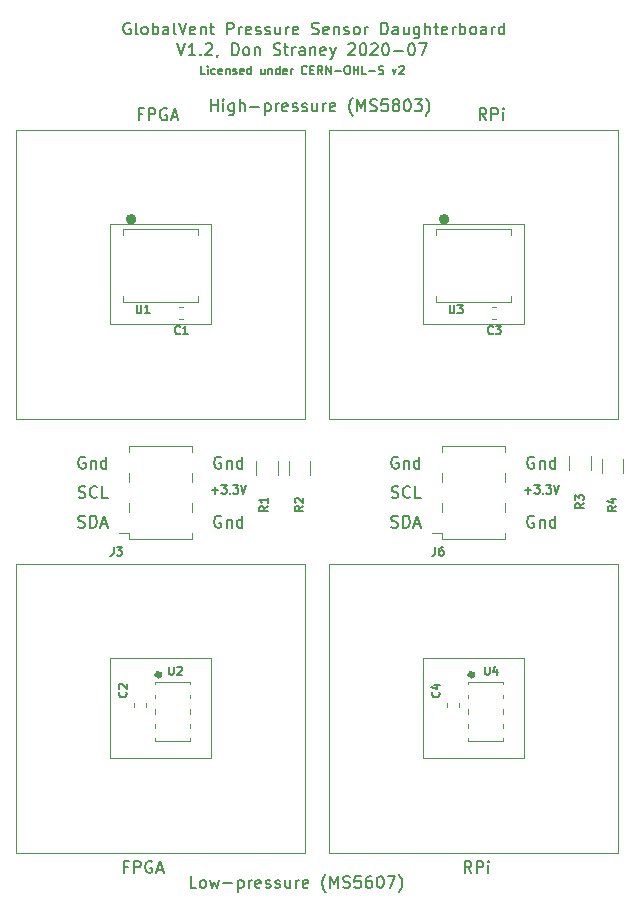
<source format=gbr>
G04 #@! TF.GenerationSoftware,KiCad,Pcbnew,(5.1.4)-1*
G04 #@! TF.CreationDate,2020-07-05T13:48:23-04:00*
G04 #@! TF.ProjectId,Pressure_sensor_daughterboard-MS5607-MS5803,50726573-7375-4726-955f-73656e736f72,1.2*
G04 #@! TF.SameCoordinates,Original*
G04 #@! TF.FileFunction,Legend,Top*
G04 #@! TF.FilePolarity,Positive*
%FSLAX46Y46*%
G04 Gerber Fmt 4.6, Leading zero omitted, Abs format (unit mm)*
G04 Created by KiCad (PCBNEW (5.1.4)-1) date 2020-07-05 13:48:23*
%MOMM*%
%LPD*%
G04 APERTURE LIST*
%ADD10C,0.150000*%
%ADD11C,0.120000*%
%ADD12C,0.500000*%
G04 APERTURE END LIST*
D10*
X126464285Y-37428571D02*
X126130952Y-37428571D01*
X126130952Y-37952380D02*
X126130952Y-36952380D01*
X126607142Y-36952380D01*
X126988095Y-37952380D02*
X126988095Y-36952380D01*
X127369047Y-36952380D01*
X127464285Y-37000000D01*
X127511904Y-37047619D01*
X127559523Y-37142857D01*
X127559523Y-37285714D01*
X127511904Y-37380952D01*
X127464285Y-37428571D01*
X127369047Y-37476190D01*
X126988095Y-37476190D01*
X128511904Y-37000000D02*
X128416666Y-36952380D01*
X128273809Y-36952380D01*
X128130952Y-37000000D01*
X128035714Y-37095238D01*
X127988095Y-37190476D01*
X127940476Y-37380952D01*
X127940476Y-37523809D01*
X127988095Y-37714285D01*
X128035714Y-37809523D01*
X128130952Y-37904761D01*
X128273809Y-37952380D01*
X128369047Y-37952380D01*
X128511904Y-37904761D01*
X128559523Y-37857142D01*
X128559523Y-37523809D01*
X128369047Y-37523809D01*
X128940476Y-37666666D02*
X129416666Y-37666666D01*
X128845238Y-37952380D02*
X129178571Y-36952380D01*
X129511904Y-37952380D01*
X155571428Y-37952380D02*
X155238095Y-37476190D01*
X155000000Y-37952380D02*
X155000000Y-36952380D01*
X155380952Y-36952380D01*
X155476190Y-37000000D01*
X155523809Y-37047619D01*
X155571428Y-37142857D01*
X155571428Y-37285714D01*
X155523809Y-37380952D01*
X155476190Y-37428571D01*
X155380952Y-37476190D01*
X155000000Y-37476190D01*
X156000000Y-37952380D02*
X156000000Y-36952380D01*
X156380952Y-36952380D01*
X156476190Y-37000000D01*
X156523809Y-37047619D01*
X156571428Y-37142857D01*
X156571428Y-37285714D01*
X156523809Y-37380952D01*
X156476190Y-37428571D01*
X156380952Y-37476190D01*
X156000000Y-37476190D01*
X157000000Y-37952380D02*
X157000000Y-37285714D01*
X157000000Y-36952380D02*
X156952380Y-37000000D01*
X157000000Y-37047619D01*
X157047619Y-37000000D01*
X157000000Y-36952380D01*
X157000000Y-37047619D01*
X154321428Y-101702380D02*
X153988095Y-101226190D01*
X153750000Y-101702380D02*
X153750000Y-100702380D01*
X154130952Y-100702380D01*
X154226190Y-100750000D01*
X154273809Y-100797619D01*
X154321428Y-100892857D01*
X154321428Y-101035714D01*
X154273809Y-101130952D01*
X154226190Y-101178571D01*
X154130952Y-101226190D01*
X153750000Y-101226190D01*
X154750000Y-101702380D02*
X154750000Y-100702380D01*
X155130952Y-100702380D01*
X155226190Y-100750000D01*
X155273809Y-100797619D01*
X155321428Y-100892857D01*
X155321428Y-101035714D01*
X155273809Y-101130952D01*
X155226190Y-101178571D01*
X155130952Y-101226190D01*
X154750000Y-101226190D01*
X155750000Y-101702380D02*
X155750000Y-101035714D01*
X155750000Y-100702380D02*
X155702380Y-100750000D01*
X155750000Y-100797619D01*
X155797619Y-100750000D01*
X155750000Y-100702380D01*
X155750000Y-100797619D01*
X125214285Y-101178571D02*
X124880952Y-101178571D01*
X124880952Y-101702380D02*
X124880952Y-100702380D01*
X125357142Y-100702380D01*
X125738095Y-101702380D02*
X125738095Y-100702380D01*
X126119047Y-100702380D01*
X126214285Y-100750000D01*
X126261904Y-100797619D01*
X126309523Y-100892857D01*
X126309523Y-101035714D01*
X126261904Y-101130952D01*
X126214285Y-101178571D01*
X126119047Y-101226190D01*
X125738095Y-101226190D01*
X127261904Y-100750000D02*
X127166666Y-100702380D01*
X127023809Y-100702380D01*
X126880952Y-100750000D01*
X126785714Y-100845238D01*
X126738095Y-100940476D01*
X126690476Y-101130952D01*
X126690476Y-101273809D01*
X126738095Y-101464285D01*
X126785714Y-101559523D01*
X126880952Y-101654761D01*
X127023809Y-101702380D01*
X127119047Y-101702380D01*
X127261904Y-101654761D01*
X127309523Y-101607142D01*
X127309523Y-101273809D01*
X127119047Y-101273809D01*
X127690476Y-101416666D02*
X128166666Y-101416666D01*
X127595238Y-101702380D02*
X127928571Y-100702380D01*
X128261904Y-101702380D01*
X148107142Y-66500000D02*
X148011904Y-66452380D01*
X147869047Y-66452380D01*
X147726190Y-66500000D01*
X147630952Y-66595238D01*
X147583333Y-66690476D01*
X147535714Y-66880952D01*
X147535714Y-67023809D01*
X147583333Y-67214285D01*
X147630952Y-67309523D01*
X147726190Y-67404761D01*
X147869047Y-67452380D01*
X147964285Y-67452380D01*
X148107142Y-67404761D01*
X148154761Y-67357142D01*
X148154761Y-67023809D01*
X147964285Y-67023809D01*
X148583333Y-66785714D02*
X148583333Y-67452380D01*
X148583333Y-66880952D02*
X148630952Y-66833333D01*
X148726190Y-66785714D01*
X148869047Y-66785714D01*
X148964285Y-66833333D01*
X149011904Y-66928571D01*
X149011904Y-67452380D01*
X149916666Y-67452380D02*
X149916666Y-66452380D01*
X149916666Y-67404761D02*
X149821428Y-67452380D01*
X149630952Y-67452380D01*
X149535714Y-67404761D01*
X149488095Y-67357142D01*
X149440476Y-67261904D01*
X149440476Y-66976190D01*
X149488095Y-66880952D01*
X149535714Y-66833333D01*
X149630952Y-66785714D01*
X149821428Y-66785714D01*
X149916666Y-66833333D01*
X147559523Y-69904761D02*
X147702380Y-69952380D01*
X147940476Y-69952380D01*
X148035714Y-69904761D01*
X148083333Y-69857142D01*
X148130952Y-69761904D01*
X148130952Y-69666666D01*
X148083333Y-69571428D01*
X148035714Y-69523809D01*
X147940476Y-69476190D01*
X147750000Y-69428571D01*
X147654761Y-69380952D01*
X147607142Y-69333333D01*
X147559523Y-69238095D01*
X147559523Y-69142857D01*
X147607142Y-69047619D01*
X147654761Y-69000000D01*
X147750000Y-68952380D01*
X147988095Y-68952380D01*
X148130952Y-69000000D01*
X149130952Y-69857142D02*
X149083333Y-69904761D01*
X148940476Y-69952380D01*
X148845238Y-69952380D01*
X148702380Y-69904761D01*
X148607142Y-69809523D01*
X148559523Y-69714285D01*
X148511904Y-69523809D01*
X148511904Y-69380952D01*
X148559523Y-69190476D01*
X148607142Y-69095238D01*
X148702380Y-69000000D01*
X148845238Y-68952380D01*
X148940476Y-68952380D01*
X149083333Y-69000000D01*
X149130952Y-69047619D01*
X150035714Y-69952380D02*
X149559523Y-69952380D01*
X149559523Y-68952380D01*
X147535714Y-72404761D02*
X147678571Y-72452380D01*
X147916666Y-72452380D01*
X148011904Y-72404761D01*
X148059523Y-72357142D01*
X148107142Y-72261904D01*
X148107142Y-72166666D01*
X148059523Y-72071428D01*
X148011904Y-72023809D01*
X147916666Y-71976190D01*
X147726190Y-71928571D01*
X147630952Y-71880952D01*
X147583333Y-71833333D01*
X147535714Y-71738095D01*
X147535714Y-71642857D01*
X147583333Y-71547619D01*
X147630952Y-71500000D01*
X147726190Y-71452380D01*
X147964285Y-71452380D01*
X148107142Y-71500000D01*
X148535714Y-72452380D02*
X148535714Y-71452380D01*
X148773809Y-71452380D01*
X148916666Y-71500000D01*
X149011904Y-71595238D01*
X149059523Y-71690476D01*
X149107142Y-71880952D01*
X149107142Y-72023809D01*
X149059523Y-72214285D01*
X149011904Y-72309523D01*
X148916666Y-72404761D01*
X148773809Y-72452380D01*
X148535714Y-72452380D01*
X149488095Y-72166666D02*
X149964285Y-72166666D01*
X149392857Y-72452380D02*
X149726190Y-71452380D01*
X150059523Y-72452380D01*
X159607142Y-66500000D02*
X159511904Y-66452380D01*
X159369047Y-66452380D01*
X159226190Y-66500000D01*
X159130952Y-66595238D01*
X159083333Y-66690476D01*
X159035714Y-66880952D01*
X159035714Y-67023809D01*
X159083333Y-67214285D01*
X159130952Y-67309523D01*
X159226190Y-67404761D01*
X159369047Y-67452380D01*
X159464285Y-67452380D01*
X159607142Y-67404761D01*
X159654761Y-67357142D01*
X159654761Y-67023809D01*
X159464285Y-67023809D01*
X160083333Y-66785714D02*
X160083333Y-67452380D01*
X160083333Y-66880952D02*
X160130952Y-66833333D01*
X160226190Y-66785714D01*
X160369047Y-66785714D01*
X160464285Y-66833333D01*
X160511904Y-66928571D01*
X160511904Y-67452380D01*
X161416666Y-67452380D02*
X161416666Y-66452380D01*
X161416666Y-67404761D02*
X161321428Y-67452380D01*
X161130952Y-67452380D01*
X161035714Y-67404761D01*
X160988095Y-67357142D01*
X160940476Y-67261904D01*
X160940476Y-66976190D01*
X160988095Y-66880952D01*
X161035714Y-66833333D01*
X161130952Y-66785714D01*
X161321428Y-66785714D01*
X161416666Y-66833333D01*
X158850000Y-69300000D02*
X159383333Y-69300000D01*
X159116666Y-69566666D02*
X159116666Y-69033333D01*
X159650000Y-68866666D02*
X160083333Y-68866666D01*
X159850000Y-69133333D01*
X159950000Y-69133333D01*
X160016666Y-69166666D01*
X160050000Y-69200000D01*
X160083333Y-69266666D01*
X160083333Y-69433333D01*
X160050000Y-69500000D01*
X160016666Y-69533333D01*
X159950000Y-69566666D01*
X159750000Y-69566666D01*
X159683333Y-69533333D01*
X159650000Y-69500000D01*
X160383333Y-69500000D02*
X160416666Y-69533333D01*
X160383333Y-69566666D01*
X160350000Y-69533333D01*
X160383333Y-69500000D01*
X160383333Y-69566666D01*
X160650000Y-68866666D02*
X161083333Y-68866666D01*
X160850000Y-69133333D01*
X160950000Y-69133333D01*
X161016666Y-69166666D01*
X161050000Y-69200000D01*
X161083333Y-69266666D01*
X161083333Y-69433333D01*
X161050000Y-69500000D01*
X161016666Y-69533333D01*
X160950000Y-69566666D01*
X160750000Y-69566666D01*
X160683333Y-69533333D01*
X160650000Y-69500000D01*
X161283333Y-68866666D02*
X161516666Y-69566666D01*
X161750000Y-68866666D01*
X159607142Y-71500000D02*
X159511904Y-71452380D01*
X159369047Y-71452380D01*
X159226190Y-71500000D01*
X159130952Y-71595238D01*
X159083333Y-71690476D01*
X159035714Y-71880952D01*
X159035714Y-72023809D01*
X159083333Y-72214285D01*
X159130952Y-72309523D01*
X159226190Y-72404761D01*
X159369047Y-72452380D01*
X159464285Y-72452380D01*
X159607142Y-72404761D01*
X159654761Y-72357142D01*
X159654761Y-72023809D01*
X159464285Y-72023809D01*
X160083333Y-71785714D02*
X160083333Y-72452380D01*
X160083333Y-71880952D02*
X160130952Y-71833333D01*
X160226190Y-71785714D01*
X160369047Y-71785714D01*
X160464285Y-71833333D01*
X160511904Y-71928571D01*
X160511904Y-72452380D01*
X161416666Y-72452380D02*
X161416666Y-71452380D01*
X161416666Y-72404761D02*
X161321428Y-72452380D01*
X161130952Y-72452380D01*
X161035714Y-72404761D01*
X160988095Y-72357142D01*
X160940476Y-72261904D01*
X160940476Y-71976190D01*
X160988095Y-71880952D01*
X161035714Y-71833333D01*
X161130952Y-71785714D01*
X161321428Y-71785714D01*
X161416666Y-71833333D01*
X131023809Y-102952380D02*
X130547619Y-102952380D01*
X130547619Y-101952380D01*
X131500000Y-102952380D02*
X131404761Y-102904761D01*
X131357142Y-102857142D01*
X131309523Y-102761904D01*
X131309523Y-102476190D01*
X131357142Y-102380952D01*
X131404761Y-102333333D01*
X131500000Y-102285714D01*
X131642857Y-102285714D01*
X131738095Y-102333333D01*
X131785714Y-102380952D01*
X131833333Y-102476190D01*
X131833333Y-102761904D01*
X131785714Y-102857142D01*
X131738095Y-102904761D01*
X131642857Y-102952380D01*
X131500000Y-102952380D01*
X132166666Y-102285714D02*
X132357142Y-102952380D01*
X132547619Y-102476190D01*
X132738095Y-102952380D01*
X132928571Y-102285714D01*
X133309523Y-102571428D02*
X134071428Y-102571428D01*
X134547619Y-102285714D02*
X134547619Y-103285714D01*
X134547619Y-102333333D02*
X134642857Y-102285714D01*
X134833333Y-102285714D01*
X134928571Y-102333333D01*
X134976190Y-102380952D01*
X135023809Y-102476190D01*
X135023809Y-102761904D01*
X134976190Y-102857142D01*
X134928571Y-102904761D01*
X134833333Y-102952380D01*
X134642857Y-102952380D01*
X134547619Y-102904761D01*
X135452380Y-102952380D02*
X135452380Y-102285714D01*
X135452380Y-102476190D02*
X135500000Y-102380952D01*
X135547619Y-102333333D01*
X135642857Y-102285714D01*
X135738095Y-102285714D01*
X136452380Y-102904761D02*
X136357142Y-102952380D01*
X136166666Y-102952380D01*
X136071428Y-102904761D01*
X136023809Y-102809523D01*
X136023809Y-102428571D01*
X136071428Y-102333333D01*
X136166666Y-102285714D01*
X136357142Y-102285714D01*
X136452380Y-102333333D01*
X136500000Y-102428571D01*
X136500000Y-102523809D01*
X136023809Y-102619047D01*
X136880952Y-102904761D02*
X136976190Y-102952380D01*
X137166666Y-102952380D01*
X137261904Y-102904761D01*
X137309523Y-102809523D01*
X137309523Y-102761904D01*
X137261904Y-102666666D01*
X137166666Y-102619047D01*
X137023809Y-102619047D01*
X136928571Y-102571428D01*
X136880952Y-102476190D01*
X136880952Y-102428571D01*
X136928571Y-102333333D01*
X137023809Y-102285714D01*
X137166666Y-102285714D01*
X137261904Y-102333333D01*
X137690476Y-102904761D02*
X137785714Y-102952380D01*
X137976190Y-102952380D01*
X138071428Y-102904761D01*
X138119047Y-102809523D01*
X138119047Y-102761904D01*
X138071428Y-102666666D01*
X137976190Y-102619047D01*
X137833333Y-102619047D01*
X137738095Y-102571428D01*
X137690476Y-102476190D01*
X137690476Y-102428571D01*
X137738095Y-102333333D01*
X137833333Y-102285714D01*
X137976190Y-102285714D01*
X138071428Y-102333333D01*
X138976190Y-102285714D02*
X138976190Y-102952380D01*
X138547619Y-102285714D02*
X138547619Y-102809523D01*
X138595238Y-102904761D01*
X138690476Y-102952380D01*
X138833333Y-102952380D01*
X138928571Y-102904761D01*
X138976190Y-102857142D01*
X139452380Y-102952380D02*
X139452380Y-102285714D01*
X139452380Y-102476190D02*
X139500000Y-102380952D01*
X139547619Y-102333333D01*
X139642857Y-102285714D01*
X139738095Y-102285714D01*
X140452380Y-102904761D02*
X140357142Y-102952380D01*
X140166666Y-102952380D01*
X140071428Y-102904761D01*
X140023809Y-102809523D01*
X140023809Y-102428571D01*
X140071428Y-102333333D01*
X140166666Y-102285714D01*
X140357142Y-102285714D01*
X140452380Y-102333333D01*
X140500000Y-102428571D01*
X140500000Y-102523809D01*
X140023809Y-102619047D01*
X141976190Y-103333333D02*
X141928571Y-103285714D01*
X141833333Y-103142857D01*
X141785714Y-103047619D01*
X141738095Y-102904761D01*
X141690476Y-102666666D01*
X141690476Y-102476190D01*
X141738095Y-102238095D01*
X141785714Y-102095238D01*
X141833333Y-102000000D01*
X141928571Y-101857142D01*
X141976190Y-101809523D01*
X142357142Y-102952380D02*
X142357142Y-101952380D01*
X142690476Y-102666666D01*
X143023809Y-101952380D01*
X143023809Y-102952380D01*
X143452380Y-102904761D02*
X143595238Y-102952380D01*
X143833333Y-102952380D01*
X143928571Y-102904761D01*
X143976190Y-102857142D01*
X144023809Y-102761904D01*
X144023809Y-102666666D01*
X143976190Y-102571428D01*
X143928571Y-102523809D01*
X143833333Y-102476190D01*
X143642857Y-102428571D01*
X143547619Y-102380952D01*
X143500000Y-102333333D01*
X143452380Y-102238095D01*
X143452380Y-102142857D01*
X143500000Y-102047619D01*
X143547619Y-102000000D01*
X143642857Y-101952380D01*
X143880952Y-101952380D01*
X144023809Y-102000000D01*
X144928571Y-101952380D02*
X144452380Y-101952380D01*
X144404761Y-102428571D01*
X144452380Y-102380952D01*
X144547619Y-102333333D01*
X144785714Y-102333333D01*
X144880952Y-102380952D01*
X144928571Y-102428571D01*
X144976190Y-102523809D01*
X144976190Y-102761904D01*
X144928571Y-102857142D01*
X144880952Y-102904761D01*
X144785714Y-102952380D01*
X144547619Y-102952380D01*
X144452380Y-102904761D01*
X144404761Y-102857142D01*
X145833333Y-101952380D02*
X145642857Y-101952380D01*
X145547619Y-102000000D01*
X145500000Y-102047619D01*
X145404761Y-102190476D01*
X145357142Y-102380952D01*
X145357142Y-102761904D01*
X145404761Y-102857142D01*
X145452380Y-102904761D01*
X145547619Y-102952380D01*
X145738095Y-102952380D01*
X145833333Y-102904761D01*
X145880952Y-102857142D01*
X145928571Y-102761904D01*
X145928571Y-102523809D01*
X145880952Y-102428571D01*
X145833333Y-102380952D01*
X145738095Y-102333333D01*
X145547619Y-102333333D01*
X145452380Y-102380952D01*
X145404761Y-102428571D01*
X145357142Y-102523809D01*
X146547619Y-101952380D02*
X146642857Y-101952380D01*
X146738095Y-102000000D01*
X146785714Y-102047619D01*
X146833333Y-102142857D01*
X146880952Y-102333333D01*
X146880952Y-102571428D01*
X146833333Y-102761904D01*
X146785714Y-102857142D01*
X146738095Y-102904761D01*
X146642857Y-102952380D01*
X146547619Y-102952380D01*
X146452380Y-102904761D01*
X146404761Y-102857142D01*
X146357142Y-102761904D01*
X146309523Y-102571428D01*
X146309523Y-102333333D01*
X146357142Y-102142857D01*
X146404761Y-102047619D01*
X146452380Y-102000000D01*
X146547619Y-101952380D01*
X147214285Y-101952380D02*
X147880952Y-101952380D01*
X147452380Y-102952380D01*
X148166666Y-103333333D02*
X148214285Y-103285714D01*
X148309523Y-103142857D01*
X148357142Y-103047619D01*
X148404761Y-102904761D01*
X148452380Y-102666666D01*
X148452380Y-102476190D01*
X148404761Y-102238095D01*
X148357142Y-102095238D01*
X148309523Y-102000000D01*
X148214285Y-101857142D01*
X148166666Y-101809523D01*
X132261904Y-37202380D02*
X132261904Y-36202380D01*
X132261904Y-36678571D02*
X132833333Y-36678571D01*
X132833333Y-37202380D02*
X132833333Y-36202380D01*
X133309523Y-37202380D02*
X133309523Y-36535714D01*
X133309523Y-36202380D02*
X133261904Y-36250000D01*
X133309523Y-36297619D01*
X133357142Y-36250000D01*
X133309523Y-36202380D01*
X133309523Y-36297619D01*
X134214285Y-36535714D02*
X134214285Y-37345238D01*
X134166666Y-37440476D01*
X134119047Y-37488095D01*
X134023809Y-37535714D01*
X133880952Y-37535714D01*
X133785714Y-37488095D01*
X134214285Y-37154761D02*
X134119047Y-37202380D01*
X133928571Y-37202380D01*
X133833333Y-37154761D01*
X133785714Y-37107142D01*
X133738095Y-37011904D01*
X133738095Y-36726190D01*
X133785714Y-36630952D01*
X133833333Y-36583333D01*
X133928571Y-36535714D01*
X134119047Y-36535714D01*
X134214285Y-36583333D01*
X134690476Y-37202380D02*
X134690476Y-36202380D01*
X135119047Y-37202380D02*
X135119047Y-36678571D01*
X135071428Y-36583333D01*
X134976190Y-36535714D01*
X134833333Y-36535714D01*
X134738095Y-36583333D01*
X134690476Y-36630952D01*
X135595238Y-36821428D02*
X136357142Y-36821428D01*
X136833333Y-36535714D02*
X136833333Y-37535714D01*
X136833333Y-36583333D02*
X136928571Y-36535714D01*
X137119047Y-36535714D01*
X137214285Y-36583333D01*
X137261904Y-36630952D01*
X137309523Y-36726190D01*
X137309523Y-37011904D01*
X137261904Y-37107142D01*
X137214285Y-37154761D01*
X137119047Y-37202380D01*
X136928571Y-37202380D01*
X136833333Y-37154761D01*
X137738095Y-37202380D02*
X137738095Y-36535714D01*
X137738095Y-36726190D02*
X137785714Y-36630952D01*
X137833333Y-36583333D01*
X137928571Y-36535714D01*
X138023809Y-36535714D01*
X138738095Y-37154761D02*
X138642857Y-37202380D01*
X138452380Y-37202380D01*
X138357142Y-37154761D01*
X138309523Y-37059523D01*
X138309523Y-36678571D01*
X138357142Y-36583333D01*
X138452380Y-36535714D01*
X138642857Y-36535714D01*
X138738095Y-36583333D01*
X138785714Y-36678571D01*
X138785714Y-36773809D01*
X138309523Y-36869047D01*
X139166666Y-37154761D02*
X139261904Y-37202380D01*
X139452380Y-37202380D01*
X139547619Y-37154761D01*
X139595238Y-37059523D01*
X139595238Y-37011904D01*
X139547619Y-36916666D01*
X139452380Y-36869047D01*
X139309523Y-36869047D01*
X139214285Y-36821428D01*
X139166666Y-36726190D01*
X139166666Y-36678571D01*
X139214285Y-36583333D01*
X139309523Y-36535714D01*
X139452380Y-36535714D01*
X139547619Y-36583333D01*
X139976190Y-37154761D02*
X140071428Y-37202380D01*
X140261904Y-37202380D01*
X140357142Y-37154761D01*
X140404761Y-37059523D01*
X140404761Y-37011904D01*
X140357142Y-36916666D01*
X140261904Y-36869047D01*
X140119047Y-36869047D01*
X140023809Y-36821428D01*
X139976190Y-36726190D01*
X139976190Y-36678571D01*
X140023809Y-36583333D01*
X140119047Y-36535714D01*
X140261904Y-36535714D01*
X140357142Y-36583333D01*
X141261904Y-36535714D02*
X141261904Y-37202380D01*
X140833333Y-36535714D02*
X140833333Y-37059523D01*
X140880952Y-37154761D01*
X140976190Y-37202380D01*
X141119047Y-37202380D01*
X141214285Y-37154761D01*
X141261904Y-37107142D01*
X141738095Y-37202380D02*
X141738095Y-36535714D01*
X141738095Y-36726190D02*
X141785714Y-36630952D01*
X141833333Y-36583333D01*
X141928571Y-36535714D01*
X142023809Y-36535714D01*
X142738095Y-37154761D02*
X142642857Y-37202380D01*
X142452380Y-37202380D01*
X142357142Y-37154761D01*
X142309523Y-37059523D01*
X142309523Y-36678571D01*
X142357142Y-36583333D01*
X142452380Y-36535714D01*
X142642857Y-36535714D01*
X142738095Y-36583333D01*
X142785714Y-36678571D01*
X142785714Y-36773809D01*
X142309523Y-36869047D01*
X144261904Y-37583333D02*
X144214285Y-37535714D01*
X144119047Y-37392857D01*
X144071428Y-37297619D01*
X144023809Y-37154761D01*
X143976190Y-36916666D01*
X143976190Y-36726190D01*
X144023809Y-36488095D01*
X144071428Y-36345238D01*
X144119047Y-36250000D01*
X144214285Y-36107142D01*
X144261904Y-36059523D01*
X144642857Y-37202380D02*
X144642857Y-36202380D01*
X144976190Y-36916666D01*
X145309523Y-36202380D01*
X145309523Y-37202380D01*
X145738095Y-37154761D02*
X145880952Y-37202380D01*
X146119047Y-37202380D01*
X146214285Y-37154761D01*
X146261904Y-37107142D01*
X146309523Y-37011904D01*
X146309523Y-36916666D01*
X146261904Y-36821428D01*
X146214285Y-36773809D01*
X146119047Y-36726190D01*
X145928571Y-36678571D01*
X145833333Y-36630952D01*
X145785714Y-36583333D01*
X145738095Y-36488095D01*
X145738095Y-36392857D01*
X145785714Y-36297619D01*
X145833333Y-36250000D01*
X145928571Y-36202380D01*
X146166666Y-36202380D01*
X146309523Y-36250000D01*
X147214285Y-36202380D02*
X146738095Y-36202380D01*
X146690476Y-36678571D01*
X146738095Y-36630952D01*
X146833333Y-36583333D01*
X147071428Y-36583333D01*
X147166666Y-36630952D01*
X147214285Y-36678571D01*
X147261904Y-36773809D01*
X147261904Y-37011904D01*
X147214285Y-37107142D01*
X147166666Y-37154761D01*
X147071428Y-37202380D01*
X146833333Y-37202380D01*
X146738095Y-37154761D01*
X146690476Y-37107142D01*
X147833333Y-36630952D02*
X147738095Y-36583333D01*
X147690476Y-36535714D01*
X147642857Y-36440476D01*
X147642857Y-36392857D01*
X147690476Y-36297619D01*
X147738095Y-36250000D01*
X147833333Y-36202380D01*
X148023809Y-36202380D01*
X148119047Y-36250000D01*
X148166666Y-36297619D01*
X148214285Y-36392857D01*
X148214285Y-36440476D01*
X148166666Y-36535714D01*
X148119047Y-36583333D01*
X148023809Y-36630952D01*
X147833333Y-36630952D01*
X147738095Y-36678571D01*
X147690476Y-36726190D01*
X147642857Y-36821428D01*
X147642857Y-37011904D01*
X147690476Y-37107142D01*
X147738095Y-37154761D01*
X147833333Y-37202380D01*
X148023809Y-37202380D01*
X148119047Y-37154761D01*
X148166666Y-37107142D01*
X148214285Y-37011904D01*
X148214285Y-36821428D01*
X148166666Y-36726190D01*
X148119047Y-36678571D01*
X148023809Y-36630952D01*
X148833333Y-36202380D02*
X148928571Y-36202380D01*
X149023809Y-36250000D01*
X149071428Y-36297619D01*
X149119047Y-36392857D01*
X149166666Y-36583333D01*
X149166666Y-36821428D01*
X149119047Y-37011904D01*
X149071428Y-37107142D01*
X149023809Y-37154761D01*
X148928571Y-37202380D01*
X148833333Y-37202380D01*
X148738095Y-37154761D01*
X148690476Y-37107142D01*
X148642857Y-37011904D01*
X148595238Y-36821428D01*
X148595238Y-36583333D01*
X148642857Y-36392857D01*
X148690476Y-36297619D01*
X148738095Y-36250000D01*
X148833333Y-36202380D01*
X149500000Y-36202380D02*
X150119047Y-36202380D01*
X149785714Y-36583333D01*
X149928571Y-36583333D01*
X150023809Y-36630952D01*
X150071428Y-36678571D01*
X150119047Y-36773809D01*
X150119047Y-37011904D01*
X150071428Y-37107142D01*
X150023809Y-37154761D01*
X149928571Y-37202380D01*
X149642857Y-37202380D01*
X149547619Y-37154761D01*
X149500000Y-37107142D01*
X150452380Y-37583333D02*
X150500000Y-37535714D01*
X150595238Y-37392857D01*
X150642857Y-37297619D01*
X150690476Y-37154761D01*
X150738095Y-36916666D01*
X150738095Y-36726190D01*
X150690476Y-36488095D01*
X150642857Y-36345238D01*
X150595238Y-36250000D01*
X150500000Y-36107142D01*
X150452380Y-36059523D01*
X131766666Y-34066666D02*
X131433333Y-34066666D01*
X131433333Y-33366666D01*
X132000000Y-34066666D02*
X132000000Y-33600000D01*
X132000000Y-33366666D02*
X131966666Y-33400000D01*
X132000000Y-33433333D01*
X132033333Y-33400000D01*
X132000000Y-33366666D01*
X132000000Y-33433333D01*
X132633333Y-34033333D02*
X132566666Y-34066666D01*
X132433333Y-34066666D01*
X132366666Y-34033333D01*
X132333333Y-34000000D01*
X132300000Y-33933333D01*
X132300000Y-33733333D01*
X132333333Y-33666666D01*
X132366666Y-33633333D01*
X132433333Y-33600000D01*
X132566666Y-33600000D01*
X132633333Y-33633333D01*
X133200000Y-34033333D02*
X133133333Y-34066666D01*
X133000000Y-34066666D01*
X132933333Y-34033333D01*
X132900000Y-33966666D01*
X132900000Y-33700000D01*
X132933333Y-33633333D01*
X133000000Y-33600000D01*
X133133333Y-33600000D01*
X133200000Y-33633333D01*
X133233333Y-33700000D01*
X133233333Y-33766666D01*
X132900000Y-33833333D01*
X133533333Y-33600000D02*
X133533333Y-34066666D01*
X133533333Y-33666666D02*
X133566666Y-33633333D01*
X133633333Y-33600000D01*
X133733333Y-33600000D01*
X133800000Y-33633333D01*
X133833333Y-33700000D01*
X133833333Y-34066666D01*
X134133333Y-34033333D02*
X134200000Y-34066666D01*
X134333333Y-34066666D01*
X134400000Y-34033333D01*
X134433333Y-33966666D01*
X134433333Y-33933333D01*
X134400000Y-33866666D01*
X134333333Y-33833333D01*
X134233333Y-33833333D01*
X134166666Y-33800000D01*
X134133333Y-33733333D01*
X134133333Y-33700000D01*
X134166666Y-33633333D01*
X134233333Y-33600000D01*
X134333333Y-33600000D01*
X134400000Y-33633333D01*
X135000000Y-34033333D02*
X134933333Y-34066666D01*
X134800000Y-34066666D01*
X134733333Y-34033333D01*
X134700000Y-33966666D01*
X134700000Y-33700000D01*
X134733333Y-33633333D01*
X134800000Y-33600000D01*
X134933333Y-33600000D01*
X135000000Y-33633333D01*
X135033333Y-33700000D01*
X135033333Y-33766666D01*
X134700000Y-33833333D01*
X135633333Y-34066666D02*
X135633333Y-33366666D01*
X135633333Y-34033333D02*
X135566666Y-34066666D01*
X135433333Y-34066666D01*
X135366666Y-34033333D01*
X135333333Y-34000000D01*
X135300000Y-33933333D01*
X135300000Y-33733333D01*
X135333333Y-33666666D01*
X135366666Y-33633333D01*
X135433333Y-33600000D01*
X135566666Y-33600000D01*
X135633333Y-33633333D01*
X136800000Y-33600000D02*
X136800000Y-34066666D01*
X136500000Y-33600000D02*
X136500000Y-33966666D01*
X136533333Y-34033333D01*
X136600000Y-34066666D01*
X136700000Y-34066666D01*
X136766666Y-34033333D01*
X136800000Y-34000000D01*
X137133333Y-33600000D02*
X137133333Y-34066666D01*
X137133333Y-33666666D02*
X137166666Y-33633333D01*
X137233333Y-33600000D01*
X137333333Y-33600000D01*
X137400000Y-33633333D01*
X137433333Y-33700000D01*
X137433333Y-34066666D01*
X138066666Y-34066666D02*
X138066666Y-33366666D01*
X138066666Y-34033333D02*
X138000000Y-34066666D01*
X137866666Y-34066666D01*
X137800000Y-34033333D01*
X137766666Y-34000000D01*
X137733333Y-33933333D01*
X137733333Y-33733333D01*
X137766666Y-33666666D01*
X137800000Y-33633333D01*
X137866666Y-33600000D01*
X138000000Y-33600000D01*
X138066666Y-33633333D01*
X138666666Y-34033333D02*
X138600000Y-34066666D01*
X138466666Y-34066666D01*
X138400000Y-34033333D01*
X138366666Y-33966666D01*
X138366666Y-33700000D01*
X138400000Y-33633333D01*
X138466666Y-33600000D01*
X138600000Y-33600000D01*
X138666666Y-33633333D01*
X138700000Y-33700000D01*
X138700000Y-33766666D01*
X138366666Y-33833333D01*
X139000000Y-34066666D02*
X139000000Y-33600000D01*
X139000000Y-33733333D02*
X139033333Y-33666666D01*
X139066666Y-33633333D01*
X139133333Y-33600000D01*
X139200000Y-33600000D01*
X140366666Y-34000000D02*
X140333333Y-34033333D01*
X140233333Y-34066666D01*
X140166666Y-34066666D01*
X140066666Y-34033333D01*
X140000000Y-33966666D01*
X139966666Y-33900000D01*
X139933333Y-33766666D01*
X139933333Y-33666666D01*
X139966666Y-33533333D01*
X140000000Y-33466666D01*
X140066666Y-33400000D01*
X140166666Y-33366666D01*
X140233333Y-33366666D01*
X140333333Y-33400000D01*
X140366666Y-33433333D01*
X140666666Y-33700000D02*
X140900000Y-33700000D01*
X141000000Y-34066666D02*
X140666666Y-34066666D01*
X140666666Y-33366666D01*
X141000000Y-33366666D01*
X141700000Y-34066666D02*
X141466666Y-33733333D01*
X141300000Y-34066666D02*
X141300000Y-33366666D01*
X141566666Y-33366666D01*
X141633333Y-33400000D01*
X141666666Y-33433333D01*
X141700000Y-33500000D01*
X141700000Y-33600000D01*
X141666666Y-33666666D01*
X141633333Y-33700000D01*
X141566666Y-33733333D01*
X141300000Y-33733333D01*
X142000000Y-34066666D02*
X142000000Y-33366666D01*
X142400000Y-34066666D01*
X142400000Y-33366666D01*
X142733333Y-33800000D02*
X143266666Y-33800000D01*
X143733333Y-33366666D02*
X143866666Y-33366666D01*
X143933333Y-33400000D01*
X144000000Y-33466666D01*
X144033333Y-33600000D01*
X144033333Y-33833333D01*
X144000000Y-33966666D01*
X143933333Y-34033333D01*
X143866666Y-34066666D01*
X143733333Y-34066666D01*
X143666666Y-34033333D01*
X143600000Y-33966666D01*
X143566666Y-33833333D01*
X143566666Y-33600000D01*
X143600000Y-33466666D01*
X143666666Y-33400000D01*
X143733333Y-33366666D01*
X144333333Y-34066666D02*
X144333333Y-33366666D01*
X144333333Y-33700000D02*
X144733333Y-33700000D01*
X144733333Y-34066666D02*
X144733333Y-33366666D01*
X145400000Y-34066666D02*
X145066666Y-34066666D01*
X145066666Y-33366666D01*
X145633333Y-33800000D02*
X146166666Y-33800000D01*
X146466666Y-34033333D02*
X146566666Y-34066666D01*
X146733333Y-34066666D01*
X146800000Y-34033333D01*
X146833333Y-34000000D01*
X146866666Y-33933333D01*
X146866666Y-33866666D01*
X146833333Y-33800000D01*
X146800000Y-33766666D01*
X146733333Y-33733333D01*
X146600000Y-33700000D01*
X146533333Y-33666666D01*
X146500000Y-33633333D01*
X146466666Y-33566666D01*
X146466666Y-33500000D01*
X146500000Y-33433333D01*
X146533333Y-33400000D01*
X146600000Y-33366666D01*
X146766666Y-33366666D01*
X146866666Y-33400000D01*
X147633333Y-33600000D02*
X147800000Y-34066666D01*
X147966666Y-33600000D01*
X148200000Y-33433333D02*
X148233333Y-33400000D01*
X148300000Y-33366666D01*
X148466666Y-33366666D01*
X148533333Y-33400000D01*
X148566666Y-33433333D01*
X148600000Y-33500000D01*
X148600000Y-33566666D01*
X148566666Y-33666666D01*
X148166666Y-34066666D01*
X148600000Y-34066666D01*
X129428571Y-31452380D02*
X129761904Y-32452380D01*
X130095238Y-31452380D01*
X130952380Y-32452380D02*
X130380952Y-32452380D01*
X130666666Y-32452380D02*
X130666666Y-31452380D01*
X130571428Y-31595238D01*
X130476190Y-31690476D01*
X130380952Y-31738095D01*
X131380952Y-32357142D02*
X131428571Y-32404761D01*
X131380952Y-32452380D01*
X131333333Y-32404761D01*
X131380952Y-32357142D01*
X131380952Y-32452380D01*
X131809523Y-31547619D02*
X131857142Y-31500000D01*
X131952380Y-31452380D01*
X132190476Y-31452380D01*
X132285714Y-31500000D01*
X132333333Y-31547619D01*
X132380952Y-31642857D01*
X132380952Y-31738095D01*
X132333333Y-31880952D01*
X131761904Y-32452380D01*
X132380952Y-32452380D01*
X132857142Y-32404761D02*
X132857142Y-32452380D01*
X132809523Y-32547619D01*
X132761904Y-32595238D01*
X134047619Y-32452380D02*
X134047619Y-31452380D01*
X134285714Y-31452380D01*
X134428571Y-31500000D01*
X134523809Y-31595238D01*
X134571428Y-31690476D01*
X134619047Y-31880952D01*
X134619047Y-32023809D01*
X134571428Y-32214285D01*
X134523809Y-32309523D01*
X134428571Y-32404761D01*
X134285714Y-32452380D01*
X134047619Y-32452380D01*
X135190476Y-32452380D02*
X135095238Y-32404761D01*
X135047619Y-32357142D01*
X135000000Y-32261904D01*
X135000000Y-31976190D01*
X135047619Y-31880952D01*
X135095238Y-31833333D01*
X135190476Y-31785714D01*
X135333333Y-31785714D01*
X135428571Y-31833333D01*
X135476190Y-31880952D01*
X135523809Y-31976190D01*
X135523809Y-32261904D01*
X135476190Y-32357142D01*
X135428571Y-32404761D01*
X135333333Y-32452380D01*
X135190476Y-32452380D01*
X135952380Y-31785714D02*
X135952380Y-32452380D01*
X135952380Y-31880952D02*
X136000000Y-31833333D01*
X136095238Y-31785714D01*
X136238095Y-31785714D01*
X136333333Y-31833333D01*
X136380952Y-31928571D01*
X136380952Y-32452380D01*
X137571428Y-32404761D02*
X137714285Y-32452380D01*
X137952380Y-32452380D01*
X138047619Y-32404761D01*
X138095238Y-32357142D01*
X138142857Y-32261904D01*
X138142857Y-32166666D01*
X138095238Y-32071428D01*
X138047619Y-32023809D01*
X137952380Y-31976190D01*
X137761904Y-31928571D01*
X137666666Y-31880952D01*
X137619047Y-31833333D01*
X137571428Y-31738095D01*
X137571428Y-31642857D01*
X137619047Y-31547619D01*
X137666666Y-31500000D01*
X137761904Y-31452380D01*
X138000000Y-31452380D01*
X138142857Y-31500000D01*
X138428571Y-31785714D02*
X138809523Y-31785714D01*
X138571428Y-31452380D02*
X138571428Y-32309523D01*
X138619047Y-32404761D01*
X138714285Y-32452380D01*
X138809523Y-32452380D01*
X139142857Y-32452380D02*
X139142857Y-31785714D01*
X139142857Y-31976190D02*
X139190476Y-31880952D01*
X139238095Y-31833333D01*
X139333333Y-31785714D01*
X139428571Y-31785714D01*
X140190476Y-32452380D02*
X140190476Y-31928571D01*
X140142857Y-31833333D01*
X140047619Y-31785714D01*
X139857142Y-31785714D01*
X139761904Y-31833333D01*
X140190476Y-32404761D02*
X140095238Y-32452380D01*
X139857142Y-32452380D01*
X139761904Y-32404761D01*
X139714285Y-32309523D01*
X139714285Y-32214285D01*
X139761904Y-32119047D01*
X139857142Y-32071428D01*
X140095238Y-32071428D01*
X140190476Y-32023809D01*
X140666666Y-31785714D02*
X140666666Y-32452380D01*
X140666666Y-31880952D02*
X140714285Y-31833333D01*
X140809523Y-31785714D01*
X140952380Y-31785714D01*
X141047619Y-31833333D01*
X141095238Y-31928571D01*
X141095238Y-32452380D01*
X141952380Y-32404761D02*
X141857142Y-32452380D01*
X141666666Y-32452380D01*
X141571428Y-32404761D01*
X141523809Y-32309523D01*
X141523809Y-31928571D01*
X141571428Y-31833333D01*
X141666666Y-31785714D01*
X141857142Y-31785714D01*
X141952380Y-31833333D01*
X142000000Y-31928571D01*
X142000000Y-32023809D01*
X141523809Y-32119047D01*
X142333333Y-31785714D02*
X142571428Y-32452380D01*
X142809523Y-31785714D02*
X142571428Y-32452380D01*
X142476190Y-32690476D01*
X142428571Y-32738095D01*
X142333333Y-32785714D01*
X143904761Y-31547619D02*
X143952380Y-31500000D01*
X144047619Y-31452380D01*
X144285714Y-31452380D01*
X144380952Y-31500000D01*
X144428571Y-31547619D01*
X144476190Y-31642857D01*
X144476190Y-31738095D01*
X144428571Y-31880952D01*
X143857142Y-32452380D01*
X144476190Y-32452380D01*
X145095238Y-31452380D02*
X145190476Y-31452380D01*
X145285714Y-31500000D01*
X145333333Y-31547619D01*
X145380952Y-31642857D01*
X145428571Y-31833333D01*
X145428571Y-32071428D01*
X145380952Y-32261904D01*
X145333333Y-32357142D01*
X145285714Y-32404761D01*
X145190476Y-32452380D01*
X145095238Y-32452380D01*
X145000000Y-32404761D01*
X144952380Y-32357142D01*
X144904761Y-32261904D01*
X144857142Y-32071428D01*
X144857142Y-31833333D01*
X144904761Y-31642857D01*
X144952380Y-31547619D01*
X145000000Y-31500000D01*
X145095238Y-31452380D01*
X145809523Y-31547619D02*
X145857142Y-31500000D01*
X145952380Y-31452380D01*
X146190476Y-31452380D01*
X146285714Y-31500000D01*
X146333333Y-31547619D01*
X146380952Y-31642857D01*
X146380952Y-31738095D01*
X146333333Y-31880952D01*
X145761904Y-32452380D01*
X146380952Y-32452380D01*
X147000000Y-31452380D02*
X147095238Y-31452380D01*
X147190476Y-31500000D01*
X147238095Y-31547619D01*
X147285714Y-31642857D01*
X147333333Y-31833333D01*
X147333333Y-32071428D01*
X147285714Y-32261904D01*
X147238095Y-32357142D01*
X147190476Y-32404761D01*
X147095238Y-32452380D01*
X147000000Y-32452380D01*
X146904761Y-32404761D01*
X146857142Y-32357142D01*
X146809523Y-32261904D01*
X146761904Y-32071428D01*
X146761904Y-31833333D01*
X146809523Y-31642857D01*
X146857142Y-31547619D01*
X146904761Y-31500000D01*
X147000000Y-31452380D01*
X147761904Y-32071428D02*
X148523809Y-32071428D01*
X149190476Y-31452380D02*
X149285714Y-31452380D01*
X149380952Y-31500000D01*
X149428571Y-31547619D01*
X149476190Y-31642857D01*
X149523809Y-31833333D01*
X149523809Y-32071428D01*
X149476190Y-32261904D01*
X149428571Y-32357142D01*
X149380952Y-32404761D01*
X149285714Y-32452380D01*
X149190476Y-32452380D01*
X149095238Y-32404761D01*
X149047619Y-32357142D01*
X149000000Y-32261904D01*
X148952380Y-32071428D01*
X148952380Y-31833333D01*
X149000000Y-31642857D01*
X149047619Y-31547619D01*
X149095238Y-31500000D01*
X149190476Y-31452380D01*
X149857142Y-31452380D02*
X150523809Y-31452380D01*
X150095238Y-32452380D01*
X125428571Y-29750000D02*
X125333333Y-29702380D01*
X125190476Y-29702380D01*
X125047619Y-29750000D01*
X124952380Y-29845238D01*
X124904761Y-29940476D01*
X124857142Y-30130952D01*
X124857142Y-30273809D01*
X124904761Y-30464285D01*
X124952380Y-30559523D01*
X125047619Y-30654761D01*
X125190476Y-30702380D01*
X125285714Y-30702380D01*
X125428571Y-30654761D01*
X125476190Y-30607142D01*
X125476190Y-30273809D01*
X125285714Y-30273809D01*
X126047619Y-30702380D02*
X125952380Y-30654761D01*
X125904761Y-30559523D01*
X125904761Y-29702380D01*
X126571428Y-30702380D02*
X126476190Y-30654761D01*
X126428571Y-30607142D01*
X126380952Y-30511904D01*
X126380952Y-30226190D01*
X126428571Y-30130952D01*
X126476190Y-30083333D01*
X126571428Y-30035714D01*
X126714285Y-30035714D01*
X126809523Y-30083333D01*
X126857142Y-30130952D01*
X126904761Y-30226190D01*
X126904761Y-30511904D01*
X126857142Y-30607142D01*
X126809523Y-30654761D01*
X126714285Y-30702380D01*
X126571428Y-30702380D01*
X127333333Y-30702380D02*
X127333333Y-29702380D01*
X127333333Y-30083333D02*
X127428571Y-30035714D01*
X127619047Y-30035714D01*
X127714285Y-30083333D01*
X127761904Y-30130952D01*
X127809523Y-30226190D01*
X127809523Y-30511904D01*
X127761904Y-30607142D01*
X127714285Y-30654761D01*
X127619047Y-30702380D01*
X127428571Y-30702380D01*
X127333333Y-30654761D01*
X128666666Y-30702380D02*
X128666666Y-30178571D01*
X128619047Y-30083333D01*
X128523809Y-30035714D01*
X128333333Y-30035714D01*
X128238095Y-30083333D01*
X128666666Y-30654761D02*
X128571428Y-30702380D01*
X128333333Y-30702380D01*
X128238095Y-30654761D01*
X128190476Y-30559523D01*
X128190476Y-30464285D01*
X128238095Y-30369047D01*
X128333333Y-30321428D01*
X128571428Y-30321428D01*
X128666666Y-30273809D01*
X129285714Y-30702380D02*
X129190476Y-30654761D01*
X129142857Y-30559523D01*
X129142857Y-29702380D01*
X129523809Y-29702380D02*
X129857142Y-30702380D01*
X130190476Y-29702380D01*
X130904761Y-30654761D02*
X130809523Y-30702380D01*
X130619047Y-30702380D01*
X130523809Y-30654761D01*
X130476190Y-30559523D01*
X130476190Y-30178571D01*
X130523809Y-30083333D01*
X130619047Y-30035714D01*
X130809523Y-30035714D01*
X130904761Y-30083333D01*
X130952380Y-30178571D01*
X130952380Y-30273809D01*
X130476190Y-30369047D01*
X131380952Y-30035714D02*
X131380952Y-30702380D01*
X131380952Y-30130952D02*
X131428571Y-30083333D01*
X131523809Y-30035714D01*
X131666666Y-30035714D01*
X131761904Y-30083333D01*
X131809523Y-30178571D01*
X131809523Y-30702380D01*
X132142857Y-30035714D02*
X132523809Y-30035714D01*
X132285714Y-29702380D02*
X132285714Y-30559523D01*
X132333333Y-30654761D01*
X132428571Y-30702380D01*
X132523809Y-30702380D01*
X133619047Y-30702380D02*
X133619047Y-29702380D01*
X133999999Y-29702380D01*
X134095238Y-29750000D01*
X134142857Y-29797619D01*
X134190476Y-29892857D01*
X134190476Y-30035714D01*
X134142857Y-30130952D01*
X134095238Y-30178571D01*
X133999999Y-30226190D01*
X133619047Y-30226190D01*
X134619047Y-30702380D02*
X134619047Y-30035714D01*
X134619047Y-30226190D02*
X134666666Y-30130952D01*
X134714285Y-30083333D01*
X134809523Y-30035714D01*
X134904761Y-30035714D01*
X135619047Y-30654761D02*
X135523809Y-30702380D01*
X135333333Y-30702380D01*
X135238095Y-30654761D01*
X135190476Y-30559523D01*
X135190476Y-30178571D01*
X135238095Y-30083333D01*
X135333333Y-30035714D01*
X135523809Y-30035714D01*
X135619047Y-30083333D01*
X135666666Y-30178571D01*
X135666666Y-30273809D01*
X135190476Y-30369047D01*
X136047619Y-30654761D02*
X136142857Y-30702380D01*
X136333333Y-30702380D01*
X136428571Y-30654761D01*
X136476190Y-30559523D01*
X136476190Y-30511904D01*
X136428571Y-30416666D01*
X136333333Y-30369047D01*
X136190476Y-30369047D01*
X136095238Y-30321428D01*
X136047619Y-30226190D01*
X136047619Y-30178571D01*
X136095238Y-30083333D01*
X136190476Y-30035714D01*
X136333333Y-30035714D01*
X136428571Y-30083333D01*
X136857142Y-30654761D02*
X136952380Y-30702380D01*
X137142857Y-30702380D01*
X137238095Y-30654761D01*
X137285714Y-30559523D01*
X137285714Y-30511904D01*
X137238095Y-30416666D01*
X137142857Y-30369047D01*
X137000000Y-30369047D01*
X136904761Y-30321428D01*
X136857142Y-30226190D01*
X136857142Y-30178571D01*
X136904761Y-30083333D01*
X137000000Y-30035714D01*
X137142857Y-30035714D01*
X137238095Y-30083333D01*
X138142857Y-30035714D02*
X138142857Y-30702380D01*
X137714285Y-30035714D02*
X137714285Y-30559523D01*
X137761904Y-30654761D01*
X137857142Y-30702380D01*
X138000000Y-30702380D01*
X138095238Y-30654761D01*
X138142857Y-30607142D01*
X138619047Y-30702380D02*
X138619047Y-30035714D01*
X138619047Y-30226190D02*
X138666666Y-30130952D01*
X138714285Y-30083333D01*
X138809523Y-30035714D01*
X138904761Y-30035714D01*
X139619047Y-30654761D02*
X139523809Y-30702380D01*
X139333333Y-30702380D01*
X139238095Y-30654761D01*
X139190476Y-30559523D01*
X139190476Y-30178571D01*
X139238095Y-30083333D01*
X139333333Y-30035714D01*
X139523809Y-30035714D01*
X139619047Y-30083333D01*
X139666666Y-30178571D01*
X139666666Y-30273809D01*
X139190476Y-30369047D01*
X140809523Y-30654761D02*
X140952380Y-30702380D01*
X141190476Y-30702380D01*
X141285714Y-30654761D01*
X141333333Y-30607142D01*
X141380952Y-30511904D01*
X141380952Y-30416666D01*
X141333333Y-30321428D01*
X141285714Y-30273809D01*
X141190476Y-30226190D01*
X141000000Y-30178571D01*
X140904761Y-30130952D01*
X140857142Y-30083333D01*
X140809523Y-29988095D01*
X140809523Y-29892857D01*
X140857142Y-29797619D01*
X140904761Y-29750000D01*
X141000000Y-29702380D01*
X141238095Y-29702380D01*
X141380952Y-29750000D01*
X142190476Y-30654761D02*
X142095238Y-30702380D01*
X141904761Y-30702380D01*
X141809523Y-30654761D01*
X141761904Y-30559523D01*
X141761904Y-30178571D01*
X141809523Y-30083333D01*
X141904761Y-30035714D01*
X142095238Y-30035714D01*
X142190476Y-30083333D01*
X142238095Y-30178571D01*
X142238095Y-30273809D01*
X141761904Y-30369047D01*
X142666666Y-30035714D02*
X142666666Y-30702380D01*
X142666666Y-30130952D02*
X142714285Y-30083333D01*
X142809523Y-30035714D01*
X142952380Y-30035714D01*
X143047619Y-30083333D01*
X143095238Y-30178571D01*
X143095238Y-30702380D01*
X143523809Y-30654761D02*
X143619047Y-30702380D01*
X143809523Y-30702380D01*
X143904761Y-30654761D01*
X143952380Y-30559523D01*
X143952380Y-30511904D01*
X143904761Y-30416666D01*
X143809523Y-30369047D01*
X143666666Y-30369047D01*
X143571428Y-30321428D01*
X143523809Y-30226190D01*
X143523809Y-30178571D01*
X143571428Y-30083333D01*
X143666666Y-30035714D01*
X143809523Y-30035714D01*
X143904761Y-30083333D01*
X144523809Y-30702380D02*
X144428571Y-30654761D01*
X144380952Y-30607142D01*
X144333333Y-30511904D01*
X144333333Y-30226190D01*
X144380952Y-30130952D01*
X144428571Y-30083333D01*
X144523809Y-30035714D01*
X144666666Y-30035714D01*
X144761904Y-30083333D01*
X144809523Y-30130952D01*
X144857142Y-30226190D01*
X144857142Y-30511904D01*
X144809523Y-30607142D01*
X144761904Y-30654761D01*
X144666666Y-30702380D01*
X144523809Y-30702380D01*
X145285714Y-30702380D02*
X145285714Y-30035714D01*
X145285714Y-30226190D02*
X145333333Y-30130952D01*
X145380952Y-30083333D01*
X145476190Y-30035714D01*
X145571428Y-30035714D01*
X146666666Y-30702380D02*
X146666666Y-29702380D01*
X146904761Y-29702380D01*
X147047619Y-29750000D01*
X147142857Y-29845238D01*
X147190476Y-29940476D01*
X147238095Y-30130952D01*
X147238095Y-30273809D01*
X147190476Y-30464285D01*
X147142857Y-30559523D01*
X147047619Y-30654761D01*
X146904761Y-30702380D01*
X146666666Y-30702380D01*
X148095238Y-30702380D02*
X148095238Y-30178571D01*
X148047619Y-30083333D01*
X147952380Y-30035714D01*
X147761904Y-30035714D01*
X147666666Y-30083333D01*
X148095238Y-30654761D02*
X148000000Y-30702380D01*
X147761904Y-30702380D01*
X147666666Y-30654761D01*
X147619047Y-30559523D01*
X147619047Y-30464285D01*
X147666666Y-30369047D01*
X147761904Y-30321428D01*
X148000000Y-30321428D01*
X148095238Y-30273809D01*
X149000000Y-30035714D02*
X149000000Y-30702380D01*
X148571428Y-30035714D02*
X148571428Y-30559523D01*
X148619047Y-30654761D01*
X148714285Y-30702380D01*
X148857142Y-30702380D01*
X148952380Y-30654761D01*
X149000000Y-30607142D01*
X149904761Y-30035714D02*
X149904761Y-30845238D01*
X149857142Y-30940476D01*
X149809523Y-30988095D01*
X149714285Y-31035714D01*
X149571428Y-31035714D01*
X149476190Y-30988095D01*
X149904761Y-30654761D02*
X149809523Y-30702380D01*
X149619047Y-30702380D01*
X149523809Y-30654761D01*
X149476190Y-30607142D01*
X149428571Y-30511904D01*
X149428571Y-30226190D01*
X149476190Y-30130952D01*
X149523809Y-30083333D01*
X149619047Y-30035714D01*
X149809523Y-30035714D01*
X149904761Y-30083333D01*
X150380952Y-30702380D02*
X150380952Y-29702380D01*
X150809523Y-30702380D02*
X150809523Y-30178571D01*
X150761904Y-30083333D01*
X150666666Y-30035714D01*
X150523809Y-30035714D01*
X150428571Y-30083333D01*
X150380952Y-30130952D01*
X151142857Y-30035714D02*
X151523809Y-30035714D01*
X151285714Y-29702380D02*
X151285714Y-30559523D01*
X151333333Y-30654761D01*
X151428571Y-30702380D01*
X151523809Y-30702380D01*
X152238095Y-30654761D02*
X152142857Y-30702380D01*
X151952380Y-30702380D01*
X151857142Y-30654761D01*
X151809523Y-30559523D01*
X151809523Y-30178571D01*
X151857142Y-30083333D01*
X151952380Y-30035714D01*
X152142857Y-30035714D01*
X152238095Y-30083333D01*
X152285714Y-30178571D01*
X152285714Y-30273809D01*
X151809523Y-30369047D01*
X152714285Y-30702380D02*
X152714285Y-30035714D01*
X152714285Y-30226190D02*
X152761904Y-30130952D01*
X152809523Y-30083333D01*
X152904761Y-30035714D01*
X152999999Y-30035714D01*
X153333333Y-30702380D02*
X153333333Y-29702380D01*
X153333333Y-30083333D02*
X153428571Y-30035714D01*
X153619047Y-30035714D01*
X153714285Y-30083333D01*
X153761904Y-30130952D01*
X153809523Y-30226190D01*
X153809523Y-30511904D01*
X153761904Y-30607142D01*
X153714285Y-30654761D01*
X153619047Y-30702380D01*
X153428571Y-30702380D01*
X153333333Y-30654761D01*
X154380952Y-30702380D02*
X154285714Y-30654761D01*
X154238095Y-30607142D01*
X154190476Y-30511904D01*
X154190476Y-30226190D01*
X154238095Y-30130952D01*
X154285714Y-30083333D01*
X154380952Y-30035714D01*
X154523809Y-30035714D01*
X154619047Y-30083333D01*
X154666666Y-30130952D01*
X154714285Y-30226190D01*
X154714285Y-30511904D01*
X154666666Y-30607142D01*
X154619047Y-30654761D01*
X154523809Y-30702380D01*
X154380952Y-30702380D01*
X155571428Y-30702380D02*
X155571428Y-30178571D01*
X155523809Y-30083333D01*
X155428571Y-30035714D01*
X155238095Y-30035714D01*
X155142857Y-30083333D01*
X155571428Y-30654761D02*
X155476190Y-30702380D01*
X155238095Y-30702380D01*
X155142857Y-30654761D01*
X155095238Y-30559523D01*
X155095238Y-30464285D01*
X155142857Y-30369047D01*
X155238095Y-30321428D01*
X155476190Y-30321428D01*
X155571428Y-30273809D01*
X156047619Y-30702380D02*
X156047619Y-30035714D01*
X156047619Y-30226190D02*
X156095238Y-30130952D01*
X156142857Y-30083333D01*
X156238095Y-30035714D01*
X156333333Y-30035714D01*
X157095238Y-30702380D02*
X157095238Y-29702380D01*
X157095238Y-30654761D02*
X156999999Y-30702380D01*
X156809523Y-30702380D01*
X156714285Y-30654761D01*
X156666666Y-30607142D01*
X156619047Y-30511904D01*
X156619047Y-30226190D01*
X156666666Y-30130952D01*
X156714285Y-30083333D01*
X156809523Y-30035714D01*
X156999999Y-30035714D01*
X157095238Y-30083333D01*
X133107142Y-71500000D02*
X133011904Y-71452380D01*
X132869047Y-71452380D01*
X132726190Y-71500000D01*
X132630952Y-71595238D01*
X132583333Y-71690476D01*
X132535714Y-71880952D01*
X132535714Y-72023809D01*
X132583333Y-72214285D01*
X132630952Y-72309523D01*
X132726190Y-72404761D01*
X132869047Y-72452380D01*
X132964285Y-72452380D01*
X133107142Y-72404761D01*
X133154761Y-72357142D01*
X133154761Y-72023809D01*
X132964285Y-72023809D01*
X133583333Y-71785714D02*
X133583333Y-72452380D01*
X133583333Y-71880952D02*
X133630952Y-71833333D01*
X133726190Y-71785714D01*
X133869047Y-71785714D01*
X133964285Y-71833333D01*
X134011904Y-71928571D01*
X134011904Y-72452380D01*
X134916666Y-72452380D02*
X134916666Y-71452380D01*
X134916666Y-72404761D02*
X134821428Y-72452380D01*
X134630952Y-72452380D01*
X134535714Y-72404761D01*
X134488095Y-72357142D01*
X134440476Y-72261904D01*
X134440476Y-71976190D01*
X134488095Y-71880952D01*
X134535714Y-71833333D01*
X134630952Y-71785714D01*
X134821428Y-71785714D01*
X134916666Y-71833333D01*
X132350000Y-69300000D02*
X132883333Y-69300000D01*
X132616666Y-69566666D02*
X132616666Y-69033333D01*
X133150000Y-68866666D02*
X133583333Y-68866666D01*
X133350000Y-69133333D01*
X133450000Y-69133333D01*
X133516666Y-69166666D01*
X133550000Y-69200000D01*
X133583333Y-69266666D01*
X133583333Y-69433333D01*
X133550000Y-69500000D01*
X133516666Y-69533333D01*
X133450000Y-69566666D01*
X133250000Y-69566666D01*
X133183333Y-69533333D01*
X133150000Y-69500000D01*
X133883333Y-69500000D02*
X133916666Y-69533333D01*
X133883333Y-69566666D01*
X133850000Y-69533333D01*
X133883333Y-69500000D01*
X133883333Y-69566666D01*
X134150000Y-68866666D02*
X134583333Y-68866666D01*
X134350000Y-69133333D01*
X134450000Y-69133333D01*
X134516666Y-69166666D01*
X134550000Y-69200000D01*
X134583333Y-69266666D01*
X134583333Y-69433333D01*
X134550000Y-69500000D01*
X134516666Y-69533333D01*
X134450000Y-69566666D01*
X134250000Y-69566666D01*
X134183333Y-69533333D01*
X134150000Y-69500000D01*
X134783333Y-68866666D02*
X135016666Y-69566666D01*
X135250000Y-68866666D01*
X133107142Y-66500000D02*
X133011904Y-66452380D01*
X132869047Y-66452380D01*
X132726190Y-66500000D01*
X132630952Y-66595238D01*
X132583333Y-66690476D01*
X132535714Y-66880952D01*
X132535714Y-67023809D01*
X132583333Y-67214285D01*
X132630952Y-67309523D01*
X132726190Y-67404761D01*
X132869047Y-67452380D01*
X132964285Y-67452380D01*
X133107142Y-67404761D01*
X133154761Y-67357142D01*
X133154761Y-67023809D01*
X132964285Y-67023809D01*
X133583333Y-66785714D02*
X133583333Y-67452380D01*
X133583333Y-66880952D02*
X133630952Y-66833333D01*
X133726190Y-66785714D01*
X133869047Y-66785714D01*
X133964285Y-66833333D01*
X134011904Y-66928571D01*
X134011904Y-67452380D01*
X134916666Y-67452380D02*
X134916666Y-66452380D01*
X134916666Y-67404761D02*
X134821428Y-67452380D01*
X134630952Y-67452380D01*
X134535714Y-67404761D01*
X134488095Y-67357142D01*
X134440476Y-67261904D01*
X134440476Y-66976190D01*
X134488095Y-66880952D01*
X134535714Y-66833333D01*
X134630952Y-66785714D01*
X134821428Y-66785714D01*
X134916666Y-66833333D01*
X121035714Y-72404761D02*
X121178571Y-72452380D01*
X121416666Y-72452380D01*
X121511904Y-72404761D01*
X121559523Y-72357142D01*
X121607142Y-72261904D01*
X121607142Y-72166666D01*
X121559523Y-72071428D01*
X121511904Y-72023809D01*
X121416666Y-71976190D01*
X121226190Y-71928571D01*
X121130952Y-71880952D01*
X121083333Y-71833333D01*
X121035714Y-71738095D01*
X121035714Y-71642857D01*
X121083333Y-71547619D01*
X121130952Y-71500000D01*
X121226190Y-71452380D01*
X121464285Y-71452380D01*
X121607142Y-71500000D01*
X122035714Y-72452380D02*
X122035714Y-71452380D01*
X122273809Y-71452380D01*
X122416666Y-71500000D01*
X122511904Y-71595238D01*
X122559523Y-71690476D01*
X122607142Y-71880952D01*
X122607142Y-72023809D01*
X122559523Y-72214285D01*
X122511904Y-72309523D01*
X122416666Y-72404761D01*
X122273809Y-72452380D01*
X122035714Y-72452380D01*
X122988095Y-72166666D02*
X123464285Y-72166666D01*
X122892857Y-72452380D02*
X123226190Y-71452380D01*
X123559523Y-72452380D01*
X121059523Y-69904761D02*
X121202380Y-69952380D01*
X121440476Y-69952380D01*
X121535714Y-69904761D01*
X121583333Y-69857142D01*
X121630952Y-69761904D01*
X121630952Y-69666666D01*
X121583333Y-69571428D01*
X121535714Y-69523809D01*
X121440476Y-69476190D01*
X121250000Y-69428571D01*
X121154761Y-69380952D01*
X121107142Y-69333333D01*
X121059523Y-69238095D01*
X121059523Y-69142857D01*
X121107142Y-69047619D01*
X121154761Y-69000000D01*
X121250000Y-68952380D01*
X121488095Y-68952380D01*
X121630952Y-69000000D01*
X122630952Y-69857142D02*
X122583333Y-69904761D01*
X122440476Y-69952380D01*
X122345238Y-69952380D01*
X122202380Y-69904761D01*
X122107142Y-69809523D01*
X122059523Y-69714285D01*
X122011904Y-69523809D01*
X122011904Y-69380952D01*
X122059523Y-69190476D01*
X122107142Y-69095238D01*
X122202380Y-69000000D01*
X122345238Y-68952380D01*
X122440476Y-68952380D01*
X122583333Y-69000000D01*
X122630952Y-69047619D01*
X123535714Y-69952380D02*
X123059523Y-69952380D01*
X123059523Y-68952380D01*
X121607142Y-66500000D02*
X121511904Y-66452380D01*
X121369047Y-66452380D01*
X121226190Y-66500000D01*
X121130952Y-66595238D01*
X121083333Y-66690476D01*
X121035714Y-66880952D01*
X121035714Y-67023809D01*
X121083333Y-67214285D01*
X121130952Y-67309523D01*
X121226190Y-67404761D01*
X121369047Y-67452380D01*
X121464285Y-67452380D01*
X121607142Y-67404761D01*
X121654761Y-67357142D01*
X121654761Y-67023809D01*
X121464285Y-67023809D01*
X122083333Y-66785714D02*
X122083333Y-67452380D01*
X122083333Y-66880952D02*
X122130952Y-66833333D01*
X122226190Y-66785714D01*
X122369047Y-66785714D01*
X122464285Y-66833333D01*
X122511904Y-66928571D01*
X122511904Y-67452380D01*
X123416666Y-67452380D02*
X123416666Y-66452380D01*
X123416666Y-67404761D02*
X123321428Y-67452380D01*
X123130952Y-67452380D01*
X123035714Y-67404761D01*
X122988095Y-67357142D01*
X122940476Y-67261904D01*
X122940476Y-66976190D01*
X122988095Y-66880952D01*
X123035714Y-66833333D01*
X123130952Y-66785714D01*
X123321428Y-66785714D01*
X123416666Y-66833333D01*
D11*
X157000000Y-87800000D02*
X157000000Y-88200000D01*
X154000000Y-87800000D02*
X154000000Y-88200000D01*
X157000000Y-90500000D02*
X157000000Y-90300000D01*
X154000000Y-90500000D02*
X157000000Y-90500000D01*
X154000000Y-90300000D02*
X154000000Y-90500000D01*
X154000000Y-89100000D02*
X154000000Y-89400000D01*
X157000000Y-89100000D02*
X157000000Y-89400000D01*
X157000000Y-86600000D02*
X157000000Y-86900000D01*
X154000000Y-86600000D02*
X154000000Y-86900000D01*
X157000000Y-85500000D02*
X157000000Y-85700000D01*
X154000000Y-85500000D02*
X157000000Y-85500000D01*
X154000000Y-85700000D02*
X154000000Y-85500000D01*
D12*
X154400000Y-84900000D02*
G75*
G03X154400000Y-84900000I-100000J0D01*
G01*
X152200000Y-46350000D02*
G75*
G03X152200000Y-46350000I-200000J0D01*
G01*
D11*
X151300000Y-53350000D02*
X151300000Y-52850000D01*
X157700000Y-53350000D02*
X151300000Y-53350000D01*
X157700000Y-52850000D02*
X157700000Y-53350000D01*
X151300000Y-47150000D02*
X151300000Y-47650000D01*
X157700000Y-47150000D02*
X151300000Y-47150000D01*
X157700000Y-47150000D02*
X157700000Y-47650000D01*
X165340000Y-66647936D02*
X165340000Y-67852064D01*
X167160000Y-66647936D02*
X167160000Y-67852064D01*
X162590000Y-66397936D02*
X162590000Y-67602064D01*
X164410000Y-66397936D02*
X164410000Y-67602064D01*
X150940000Y-72935000D02*
X151850000Y-72935000D01*
X151850000Y-72935000D02*
X151850000Y-73420000D01*
X151850000Y-73420000D02*
X157150000Y-73420000D01*
X157150000Y-73420000D02*
X157150000Y-72935000D01*
X151850000Y-66065000D02*
X151850000Y-65580000D01*
X151850000Y-65580000D02*
X157150000Y-65580000D01*
X157150000Y-65580000D02*
X157150000Y-66065000D01*
X151850000Y-71145000D02*
X151850000Y-70395000D01*
X157150000Y-71145000D02*
X157150000Y-70395000D01*
X151850000Y-68605000D02*
X151850000Y-67855000D01*
X157150000Y-68605000D02*
X157150000Y-67855000D01*
X166750000Y-38750000D02*
X166750000Y-63250000D01*
X142250000Y-63250000D02*
X142250000Y-38750000D01*
X166750000Y-63250000D02*
X142250000Y-63250000D01*
X150250000Y-46750000D02*
X158750000Y-46750000D01*
X150250000Y-55250000D02*
X150250000Y-46750000D01*
X142250000Y-38750000D02*
X166750000Y-38750000D01*
X158750000Y-46750000D02*
X158750000Y-55250000D01*
X158750000Y-55250000D02*
X150250000Y-55250000D01*
X166750000Y-75500000D02*
X166750000Y-100000000D01*
X142250000Y-100000000D02*
X142250000Y-75500000D01*
X166750000Y-100000000D02*
X142250000Y-100000000D01*
X150250000Y-83500000D02*
X158750000Y-83500000D01*
X150250000Y-92000000D02*
X150250000Y-83500000D01*
X142250000Y-75500000D02*
X166750000Y-75500000D01*
X158750000Y-83500000D02*
X158750000Y-92000000D01*
X158750000Y-92000000D02*
X150250000Y-92000000D01*
X153260000Y-87662779D02*
X153260000Y-87337221D01*
X152240000Y-87662779D02*
X152240000Y-87337221D01*
X156087221Y-54760000D02*
X156412779Y-54760000D01*
X156087221Y-53740000D02*
X156412779Y-53740000D01*
X140250000Y-38750000D02*
X140250000Y-63250000D01*
X115750000Y-63250000D02*
X115750000Y-38750000D01*
X140250000Y-63250000D02*
X115750000Y-63250000D01*
X123750000Y-46750000D02*
X132250000Y-46750000D01*
X123750000Y-55250000D02*
X123750000Y-46750000D01*
X115750000Y-38750000D02*
X140250000Y-38750000D01*
X132250000Y-46750000D02*
X132250000Y-55250000D01*
X132250000Y-55250000D02*
X123750000Y-55250000D01*
X140250000Y-75500000D02*
X140250000Y-100000000D01*
X115750000Y-100000000D02*
X115750000Y-75500000D01*
X140250000Y-100000000D02*
X115750000Y-100000000D01*
X123750000Y-83500000D02*
X132250000Y-83500000D01*
X123750000Y-92000000D02*
X123750000Y-83500000D01*
X115750000Y-75500000D02*
X140250000Y-75500000D01*
X132250000Y-83500000D02*
X132250000Y-92000000D01*
X132250000Y-92000000D02*
X123750000Y-92000000D01*
X124440000Y-72935000D02*
X125350000Y-72935000D01*
X125350000Y-72935000D02*
X125350000Y-73420000D01*
X125350000Y-73420000D02*
X130650000Y-73420000D01*
X130650000Y-73420000D02*
X130650000Y-72935000D01*
X125350000Y-66065000D02*
X125350000Y-65580000D01*
X125350000Y-65580000D02*
X130650000Y-65580000D01*
X130650000Y-65580000D02*
X130650000Y-66065000D01*
X125350000Y-71145000D02*
X125350000Y-70395000D01*
X130650000Y-71145000D02*
X130650000Y-70395000D01*
X125350000Y-68605000D02*
X125350000Y-67855000D01*
X130650000Y-68605000D02*
X130650000Y-67855000D01*
X129587221Y-54760000D02*
X129912779Y-54760000D01*
X129587221Y-53740000D02*
X129912779Y-53740000D01*
D12*
X125700000Y-46350000D02*
G75*
G03X125700000Y-46350000I-200000J0D01*
G01*
D11*
X124800000Y-53350000D02*
X124800000Y-52850000D01*
X131200000Y-53350000D02*
X124800000Y-53350000D01*
X131200000Y-52850000D02*
X131200000Y-53350000D01*
X124800000Y-47150000D02*
X124800000Y-47650000D01*
X131200000Y-47150000D02*
X124800000Y-47150000D01*
X131200000Y-47150000D02*
X131200000Y-47650000D01*
X130500000Y-87800000D02*
X130500000Y-88200000D01*
X127500000Y-87800000D02*
X127500000Y-88200000D01*
X130500000Y-90500000D02*
X130500000Y-90300000D01*
X127500000Y-90500000D02*
X130500000Y-90500000D01*
X127500000Y-90300000D02*
X127500000Y-90500000D01*
X127500000Y-89100000D02*
X127500000Y-89400000D01*
X130500000Y-89100000D02*
X130500000Y-89400000D01*
X130500000Y-86600000D02*
X130500000Y-86900000D01*
X127500000Y-86600000D02*
X127500000Y-86900000D01*
X130500000Y-85500000D02*
X130500000Y-85700000D01*
X127500000Y-85500000D02*
X130500000Y-85500000D01*
X127500000Y-85700000D02*
X127500000Y-85500000D01*
D12*
X127900000Y-84900000D02*
G75*
G03X127900000Y-84900000I-100000J0D01*
G01*
D11*
X138840000Y-66797936D02*
X138840000Y-68002064D01*
X140660000Y-66797936D02*
X140660000Y-68002064D01*
X136090000Y-66797936D02*
X136090000Y-68002064D01*
X137910000Y-66797936D02*
X137910000Y-68002064D01*
X126760000Y-87662779D02*
X126760000Y-87337221D01*
X125740000Y-87662779D02*
X125740000Y-87337221D01*
D10*
X155466666Y-84216666D02*
X155466666Y-84783333D01*
X155500000Y-84850000D01*
X155533333Y-84883333D01*
X155600000Y-84916666D01*
X155733333Y-84916666D01*
X155800000Y-84883333D01*
X155833333Y-84850000D01*
X155866666Y-84783333D01*
X155866666Y-84216666D01*
X156500000Y-84450000D02*
X156500000Y-84916666D01*
X156333333Y-84183333D02*
X156166666Y-84683333D01*
X156600000Y-84683333D01*
X152466666Y-53616666D02*
X152466666Y-54183333D01*
X152500000Y-54250000D01*
X152533333Y-54283333D01*
X152600000Y-54316666D01*
X152733333Y-54316666D01*
X152800000Y-54283333D01*
X152833333Y-54250000D01*
X152866666Y-54183333D01*
X152866666Y-53616666D01*
X153133333Y-53616666D02*
X153566666Y-53616666D01*
X153333333Y-53883333D01*
X153433333Y-53883333D01*
X153500000Y-53916666D01*
X153533333Y-53950000D01*
X153566666Y-54016666D01*
X153566666Y-54183333D01*
X153533333Y-54250000D01*
X153500000Y-54283333D01*
X153433333Y-54316666D01*
X153233333Y-54316666D01*
X153166666Y-54283333D01*
X153133333Y-54250000D01*
X166566666Y-70616666D02*
X166233333Y-70850000D01*
X166566666Y-71016666D02*
X165866666Y-71016666D01*
X165866666Y-70750000D01*
X165900000Y-70683333D01*
X165933333Y-70650000D01*
X166000000Y-70616666D01*
X166100000Y-70616666D01*
X166166666Y-70650000D01*
X166200000Y-70683333D01*
X166233333Y-70750000D01*
X166233333Y-71016666D01*
X166100000Y-70016666D02*
X166566666Y-70016666D01*
X165833333Y-70183333D02*
X166333333Y-70350000D01*
X166333333Y-69916666D01*
X163816666Y-70366666D02*
X163483333Y-70600000D01*
X163816666Y-70766666D02*
X163116666Y-70766666D01*
X163116666Y-70500000D01*
X163150000Y-70433333D01*
X163183333Y-70400000D01*
X163250000Y-70366666D01*
X163350000Y-70366666D01*
X163416666Y-70400000D01*
X163450000Y-70433333D01*
X163483333Y-70500000D01*
X163483333Y-70766666D01*
X163116666Y-70133333D02*
X163116666Y-69700000D01*
X163383333Y-69933333D01*
X163383333Y-69833333D01*
X163416666Y-69766666D01*
X163450000Y-69733333D01*
X163516666Y-69700000D01*
X163683333Y-69700000D01*
X163750000Y-69733333D01*
X163783333Y-69766666D01*
X163816666Y-69833333D01*
X163816666Y-70033333D01*
X163783333Y-70100000D01*
X163750000Y-70133333D01*
X151266666Y-74116666D02*
X151266666Y-74616666D01*
X151233333Y-74716666D01*
X151166666Y-74783333D01*
X151066666Y-74816666D01*
X151000000Y-74816666D01*
X151900000Y-74116666D02*
X151766666Y-74116666D01*
X151700000Y-74150000D01*
X151666666Y-74183333D01*
X151600000Y-74283333D01*
X151566666Y-74416666D01*
X151566666Y-74683333D01*
X151600000Y-74750000D01*
X151633333Y-74783333D01*
X151700000Y-74816666D01*
X151833333Y-74816666D01*
X151900000Y-74783333D01*
X151933333Y-74750000D01*
X151966666Y-74683333D01*
X151966666Y-74516666D01*
X151933333Y-74450000D01*
X151900000Y-74416666D01*
X151833333Y-74383333D01*
X151700000Y-74383333D01*
X151633333Y-74416666D01*
X151600000Y-74450000D01*
X151566666Y-74516666D01*
X151570000Y-86366666D02*
X151603333Y-86400000D01*
X151636666Y-86500000D01*
X151636666Y-86566666D01*
X151603333Y-86666666D01*
X151536666Y-86733333D01*
X151470000Y-86766666D01*
X151336666Y-86800000D01*
X151236666Y-86800000D01*
X151103333Y-86766666D01*
X151036666Y-86733333D01*
X150970000Y-86666666D01*
X150936666Y-86566666D01*
X150936666Y-86500000D01*
X150970000Y-86400000D01*
X151003333Y-86366666D01*
X151170000Y-85766666D02*
X151636666Y-85766666D01*
X150903333Y-85933333D02*
X151403333Y-86100000D01*
X151403333Y-85666666D01*
X156133333Y-56000000D02*
X156100000Y-56033333D01*
X156000000Y-56066666D01*
X155933333Y-56066666D01*
X155833333Y-56033333D01*
X155766666Y-55966666D01*
X155733333Y-55900000D01*
X155700000Y-55766666D01*
X155700000Y-55666666D01*
X155733333Y-55533333D01*
X155766666Y-55466666D01*
X155833333Y-55400000D01*
X155933333Y-55366666D01*
X156000000Y-55366666D01*
X156100000Y-55400000D01*
X156133333Y-55433333D01*
X156366666Y-55366666D02*
X156800000Y-55366666D01*
X156566666Y-55633333D01*
X156666666Y-55633333D01*
X156733333Y-55666666D01*
X156766666Y-55700000D01*
X156800000Y-55766666D01*
X156800000Y-55933333D01*
X156766666Y-56000000D01*
X156733333Y-56033333D01*
X156666666Y-56066666D01*
X156466666Y-56066666D01*
X156400000Y-56033333D01*
X156366666Y-56000000D01*
X124016666Y-74116666D02*
X124016666Y-74616666D01*
X123983333Y-74716666D01*
X123916666Y-74783333D01*
X123816666Y-74816666D01*
X123750000Y-74816666D01*
X124283333Y-74116666D02*
X124716666Y-74116666D01*
X124483333Y-74383333D01*
X124583333Y-74383333D01*
X124650000Y-74416666D01*
X124683333Y-74450000D01*
X124716666Y-74516666D01*
X124716666Y-74683333D01*
X124683333Y-74750000D01*
X124650000Y-74783333D01*
X124583333Y-74816666D01*
X124383333Y-74816666D01*
X124316666Y-74783333D01*
X124283333Y-74750000D01*
X129633333Y-56000000D02*
X129600000Y-56033333D01*
X129500000Y-56066666D01*
X129433333Y-56066666D01*
X129333333Y-56033333D01*
X129266666Y-55966666D01*
X129233333Y-55900000D01*
X129200000Y-55766666D01*
X129200000Y-55666666D01*
X129233333Y-55533333D01*
X129266666Y-55466666D01*
X129333333Y-55400000D01*
X129433333Y-55366666D01*
X129500000Y-55366666D01*
X129600000Y-55400000D01*
X129633333Y-55433333D01*
X130300000Y-56066666D02*
X129900000Y-56066666D01*
X130100000Y-56066666D02*
X130100000Y-55366666D01*
X130033333Y-55466666D01*
X129966666Y-55533333D01*
X129900000Y-55566666D01*
X125966666Y-53616666D02*
X125966666Y-54183333D01*
X126000000Y-54250000D01*
X126033333Y-54283333D01*
X126100000Y-54316666D01*
X126233333Y-54316666D01*
X126300000Y-54283333D01*
X126333333Y-54250000D01*
X126366666Y-54183333D01*
X126366666Y-53616666D01*
X127066666Y-54316666D02*
X126666666Y-54316666D01*
X126866666Y-54316666D02*
X126866666Y-53616666D01*
X126800000Y-53716666D01*
X126733333Y-53783333D01*
X126666666Y-53816666D01*
X128716666Y-84216666D02*
X128716666Y-84783333D01*
X128750000Y-84850000D01*
X128783333Y-84883333D01*
X128850000Y-84916666D01*
X128983333Y-84916666D01*
X129050000Y-84883333D01*
X129083333Y-84850000D01*
X129116666Y-84783333D01*
X129116666Y-84216666D01*
X129416666Y-84283333D02*
X129450000Y-84250000D01*
X129516666Y-84216666D01*
X129683333Y-84216666D01*
X129750000Y-84250000D01*
X129783333Y-84283333D01*
X129816666Y-84350000D01*
X129816666Y-84416666D01*
X129783333Y-84516666D01*
X129383333Y-84916666D01*
X129816666Y-84916666D01*
X140066666Y-70616666D02*
X139733333Y-70850000D01*
X140066666Y-71016666D02*
X139366666Y-71016666D01*
X139366666Y-70750000D01*
X139400000Y-70683333D01*
X139433333Y-70650000D01*
X139500000Y-70616666D01*
X139600000Y-70616666D01*
X139666666Y-70650000D01*
X139700000Y-70683333D01*
X139733333Y-70750000D01*
X139733333Y-71016666D01*
X139433333Y-70350000D02*
X139400000Y-70316666D01*
X139366666Y-70250000D01*
X139366666Y-70083333D01*
X139400000Y-70016666D01*
X139433333Y-69983333D01*
X139500000Y-69950000D01*
X139566666Y-69950000D01*
X139666666Y-69983333D01*
X140066666Y-70383333D01*
X140066666Y-69950000D01*
X137066666Y-70616666D02*
X136733333Y-70850000D01*
X137066666Y-71016666D02*
X136366666Y-71016666D01*
X136366666Y-70750000D01*
X136400000Y-70683333D01*
X136433333Y-70650000D01*
X136500000Y-70616666D01*
X136600000Y-70616666D01*
X136666666Y-70650000D01*
X136700000Y-70683333D01*
X136733333Y-70750000D01*
X136733333Y-71016666D01*
X137066666Y-69950000D02*
X137066666Y-70350000D01*
X137066666Y-70150000D02*
X136366666Y-70150000D01*
X136466666Y-70216666D01*
X136533333Y-70283333D01*
X136566666Y-70350000D01*
X125070000Y-86366666D02*
X125103333Y-86400000D01*
X125136666Y-86500000D01*
X125136666Y-86566666D01*
X125103333Y-86666666D01*
X125036666Y-86733333D01*
X124970000Y-86766666D01*
X124836666Y-86800000D01*
X124736666Y-86800000D01*
X124603333Y-86766666D01*
X124536666Y-86733333D01*
X124470000Y-86666666D01*
X124436666Y-86566666D01*
X124436666Y-86500000D01*
X124470000Y-86400000D01*
X124503333Y-86366666D01*
X124503333Y-86100000D02*
X124470000Y-86066666D01*
X124436666Y-86000000D01*
X124436666Y-85833333D01*
X124470000Y-85766666D01*
X124503333Y-85733333D01*
X124570000Y-85700000D01*
X124636666Y-85700000D01*
X124736666Y-85733333D01*
X125136666Y-86133333D01*
X125136666Y-85700000D01*
M02*

</source>
